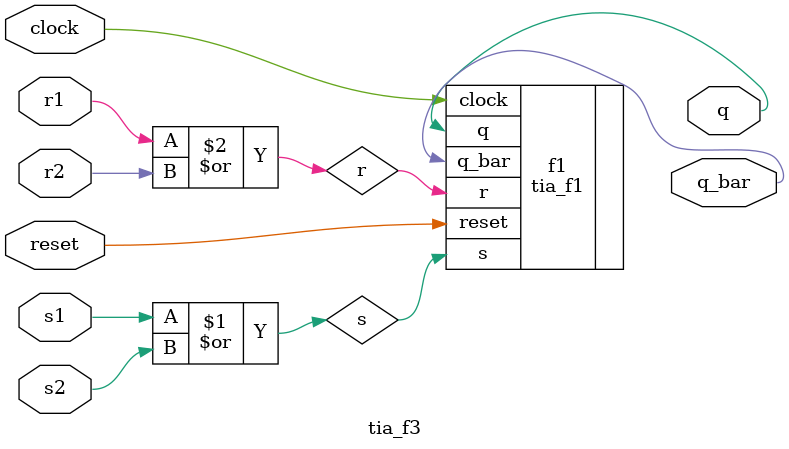
<source format=v>
`ifndef TIA_TIA_F3_V
`define TIA_TIA_F3_V

`include "tia_f1.v"

module tia_f3(s1, s2, r1, r2, clock, reset, q, q_bar);

input s1, s2, r1, r2, clock, reset;
output q, q_bar;

wire s1, s2, r1, r2, clock, reset;
wire q, q_bar;

wire s, r;
assign s = s1 | s2;
assign r = r1 | r2;
tia_f1 f1(.s(s), .r(r), .clock(clock), .reset(reset), .q(q), .q_bar(q_bar));

endmodule  // tia_f3

`endif  // TIA_TIA_F3_V

</source>
